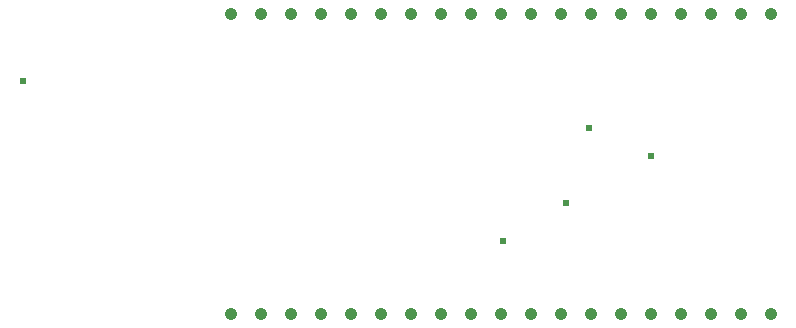
<source format=gbr>
G04 DesignSpark PCB Gerber Version 10.0 Build 5299*
G04 #@! TF.Part,Single*
G04 #@! TF.FilePolarity,Positive*
%FSLAX35Y35*%
%MOIN*%
G04 #@! TA.AperFunction,ViaDrill*
%ADD26C,0.02400*%
G04 #@! TA.AperFunction,MechanicalDrill*
%ADD27C,0.04094*%
G04 #@! TD.AperFunction*
X0Y0D02*
D02*
D26*
X97100Y85055D03*
X257337Y31492D03*
X278203Y44307D03*
X286077Y69307D03*
X306549Y60055D03*
D02*
D27*
X166549Y7299D03*
Y107299D03*
X176549Y7299D03*
Y107299D03*
X186549Y7299D03*
Y107299D03*
X196549Y7299D03*
Y107299D03*
X206549Y7299D03*
Y107299D03*
X216549Y7299D03*
Y107299D03*
X226549Y7299D03*
Y107299D03*
X236549Y7299D03*
Y107299D03*
X246549Y7299D03*
Y107299D03*
X256549Y7299D03*
Y107299D03*
X266549Y7299D03*
Y107299D03*
X276549Y7299D03*
Y107299D03*
X286549Y7299D03*
Y107299D03*
X296549Y7299D03*
Y107299D03*
X306549Y7299D03*
Y107299D03*
X316549Y7299D03*
Y107299D03*
X326549Y7299D03*
Y107299D03*
X336549Y7299D03*
Y107299D03*
X346549Y7299D03*
Y107299D03*
X0Y0D02*
M02*

</source>
